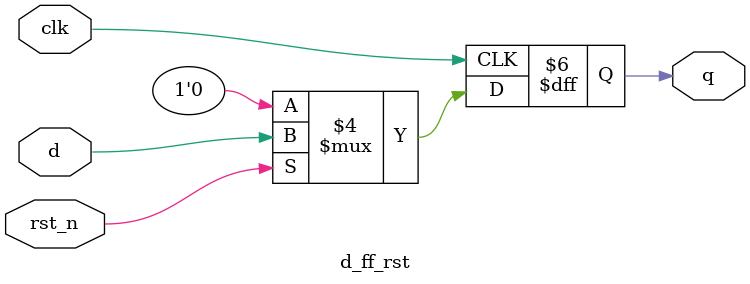
<source format=v>
`timescale 1ns / 1ps

/* D Flip-flop with Sync Reset Signal */
module d_ff_rst(
    input clk, rst_n,
    input d,
    output reg q
    );
    
    always @(posedge clk) begin
        if(!rst_n)  // sycn reset
            q <= 0;
        else
            q <= d;
    end
    
endmodule

</source>
